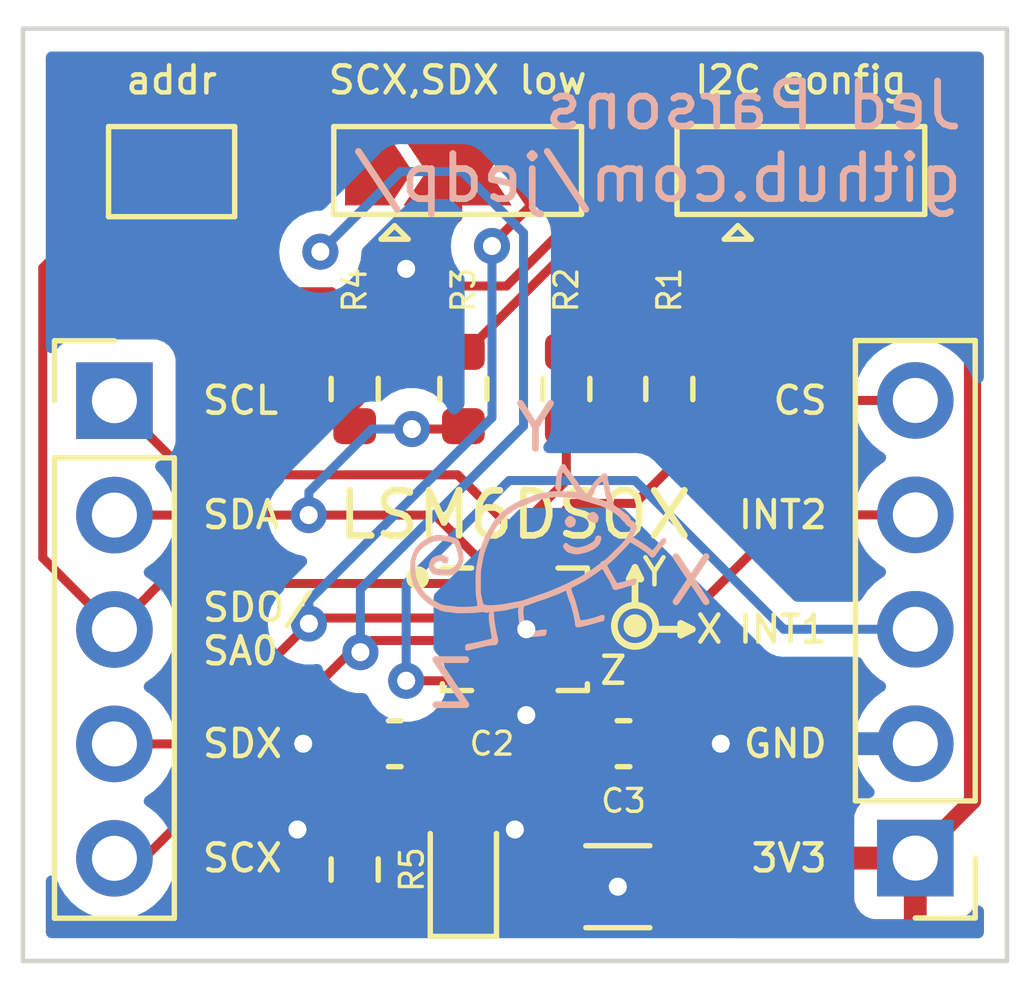
<source format=kicad_pcb>
(kicad_pcb (version 20211014) (generator pcbnew)
  (layers (0 "F.Cu" signal) (31 "B.Cu" signal) (34 "B.Paste" user) (35 "F.Paste" user) (36 "B.SilkS" user "B.Silkscreen") (37 "F.SilkS" user "F.Silkscreen") (38 "B.Mask" user) (39 "F.Mask" user) (44 "Edge.Cuts" user))
  (net 0 "")
  (net 1 "+3V3")
  (net 2 "GND")
  (net 3 "Net-(D1-Pad1)")
  (net 4 "SDA")
  (net 5 "SCX")
  (net 6 "SDX")
  (net 7 "SCL")
  (net 8 "SDO{slash}SA0")
  (net 9 "INT1")
  (net 10 "INT2")
  (net 11 "CS")
  (net 12 "Net-(JP1-Pad1)")
  (net 13 "Net-(JP1-Pad3)")
  (net 14 "Net-(JP2-Pad2)")
  (footprint "Connector_PinHeader_2.54mm:PinHeader_1x05_P2.54mm_Vertical" (layer "F.Cu") (at 144.78 101.6 180)
    (fp_text reference "J2" hide)
    (fp_text value "Conn_01x05_Female" hide)
    (pad "1" thru_hole rect (at 0 0 180) (size 1.7 1.7) (drill 1) (layers *.Cu *.Mask) (net 1 "+3V3"))
    (pad "2" thru_hole oval (at 0 2.54 180) (size 1.7 1.7) (drill 1) (layers *.Cu *.Mask) (net 2 "GND"))
    (pad "3" thru_hole oval (at 0 5.08 180) (size 1.7 1.7) (drill 1) (layers *.Cu *.Mask) (net 9 "INT1"))
    (pad "4" thru_hole oval (at 0 7.62 180) (size 1.7 1.7) (drill 1) (layers *.Cu *.Mask) (net 10 "INT2"))
    (pad "5" thru_hole oval (at 0 10.16 180) (size 1.7 1.7) (drill 1) (layers *.Cu *.Mask) (net 11 "CS"))
  )
  (footprint "Resistor_SMD:R_0603_1608Metric" (layer "F.Cu") (at 139.319 91.186 -90)
    (fp_text reference "R1" (at -1.651 0 90) (layer "F.SilkS") (effects (font (size 0.508 0.508) (thickness 0.0762)) (justify left)))
    (fp_text value "100k" hide)
    (pad "1" smd roundrect (at -0.825 0 270) (size 0.8 0.95) (layers "F.Cu" "F.Paste" "F.Mask") (net 1 "+3V3"))
    (pad "2" smd roundrect (at 0.825 0 270) (size 0.8 0.95) (layers "F.Cu" "F.Paste" "F.Mask") (net 11 "CS"))
  )
  (footprint "Jumper:SolderJumper-3_P2.0mm_Open_TrianglePad1.0x1.5mm" (layer "F.Cu") (at 142.24 86.36)
    (fp_text reference "I2C config" (at 0 -2.032) (layer "F.SilkS") (effects (font (size 0.6 0.6) (thickness 0.1))))
    (fp_text value "I2C EN" hide)
    (pad "1" smd custom (at -2 0) (size 0.3 0.3) (layers "F.Cu" "F.Mask") (net 12 "Net-(JP1-Pad1)") (options (clearance outline) (anchor rect)) (primitives (gr_poly (pts (xy 1 0) (xy 0.5 0.75) (xy -0.5 0.75) (xy -0.5 -0.75) (xy 0.5 -0.75)) (width 0) (fill yes))))
    (pad "2" smd custom (at 0 0) (size 0.3 0.3) (layers "F.Cu") (net 1 "+3V3") (options (clearance outline) (anchor rect)) (primitives (gr_poly (pts (xy 0.7 0) (xy 1.2 0.75) (xy -1.2 0.75) (xy -0.7 0) (xy -1.2 -0.75) (xy 1.2 -0.75)) (width 0) (fill yes))))
    (pad "3" smd custom (at 2 0 180) (size 0.3 0.3) (layers "F.Cu" "F.Mask") (net 13 "Net-(JP1-Pad3)") (options (clearance outline) (anchor rect)) (primitives (gr_poly (pts (xy 1 0) (xy 0.5 0.75) (xy -0.5 0.75) (xy -0.5 -0.75) (xy 0.5 -0.75)) (width 0) (fill yes))))
  )
  (footprint "Capacitor_SMD:C_1206_3216Metric" (layer "F.Cu") (at 138.176 102.235 180)
    (fp_text reference "C1" hide)
    (fp_text value "10µ" hide)
    (pad "1" smd roundrect (at -1.475 0 180) (size 1.15 1.8) (layers "F.Cu" "F.Paste" "F.Mask") (roundrect_rratio 0.217391) (net 1 "+3V3"))
    (pad "2" smd roundrect (at 1.475 0 180) (size 1.15 1.8) (layers "F.Cu" "F.Paste" "F.Mask") (roundrect_rratio 0.217391) (net 2 "GND"))
  )
  (footprint "Capacitor_SMD:C_0603_1608Metric" (layer "F.Cu") (at 133.223 99.06 180)
    (fp_text reference "C2" (at -2.159 0) (layer "F.SilkS") (effects (font (size 0.508 0.508) (thickness 0.0762))))
    (fp_text value "0.1µ" hide)
    (pad "1" smd roundrect (at -0.775 0 180) (size 0.9 0.95) (layers "F.Cu" "F.Paste" "F.Mask") (net 1 "+3V3"))
    (pad "2" smd roundrect (at 0.775 0 180) (size 0.9 0.95) (layers "F.Cu" "F.Paste" "F.Mask") (net 2 "GND"))
  )
  (footprint "Resistor_SMD:R_0603_1608Metric" (layer "F.Cu") (at 132.334 101.854 -90)
    (fp_text reference "R5" (at 0 -1.27 90) (layer "F.SilkS") (effects (font (size 0.508 0.508) (thickness 0.0762))))
    (fp_text value "1k" hide)
    (pad "1" smd roundrect (at -0.825 0 270) (size 0.8 0.95) (layers "F.Cu" "F.Paste" "F.Mask") (net 2 "GND"))
    (pad "2" smd roundrect (at 0.825 0 270) (size 0.8 0.95) (layers "F.Cu" "F.Paste" "F.Mask") (net 3 "Net-(D1-Pad1)"))
  )
  (footprint "Resistor_SMD:R_0603_1608Metric" (layer "F.Cu") (at 132.334 91.186 90)
    (fp_text reference "R4" (at 1.651 0 90) (layer "F.SilkS") (effects (font (size 0.508 0.508) (thickness 0.0762)) (justify left)))
    (fp_text value "100k" hide)
    (pad "1" smd roundrect (at -0.825 0 90) (size 0.8 0.95) (layers "F.Cu" "F.Paste" "F.Mask") (net 1 "+3V3"))
    (pad "2" smd roundrect (at 0.825 0 90) (size 0.8 0.95) (layers "F.Cu" "F.Paste" "F.Mask") (net 14 "Net-(JP2-Pad2)"))
  )
  (footprint "Connector_PinHeader_2.54mm:PinHeader_1x05_P2.54mm_Vertical" (layer "F.Cu") (at 127 91.445)
    (fp_text reference "J1" hide)
    (fp_text value "Conn_01x05_Female" hide)
    (pad "1" thru_hole rect (at 0 0) (size 1.7 1.7) (drill 1) (layers *.Cu *.Mask) (net 7 "SCL"))
    (pad "2" thru_hole oval (at 0 2.54) (size 1.7 1.7) (drill 1) (layers *.Cu *.Mask) (net 4 "SDA"))
    (pad "3" thru_hole oval (at 0 5.08) (size 1.7 1.7) (drill 1) (layers *.Cu *.Mask) (net 8 "SDO{slash}SA0"))
    (pad "4" thru_hole oval (at 0 7.62) (size 1.7 1.7) (drill 1) (layers *.Cu *.Mask) (net 6 "SDX"))
    (pad "5" thru_hole oval (at 0 10.16) (size 1.7 1.7) (drill 1) (layers *.Cu *.Mask) (net 5 "SCX"))
  )
  (footprint "LED_SMD:LED_0603_1608Metric" (layer "F.Cu") (at 134.747 101.854 90)
    (fp_text reference "D1" hide)
    (fp_text value "LED PWR" hide)
    (pad "1" smd roundrect (at -0.7875 0 90) (size 0.875 0.95) (layers "F.Cu" "F.Paste" "F.Mask") (net 3 "Net-(D1-Pad1)"))
    (pad "2" smd roundrect (at 0.7875 0 90) (size 0.875 0.95) (layers "F.Cu" "F.Paste" "F.Mask") (net 1 "+3V3"))
  )
  (footprint "Resistor_SMD:R_0603_1608Metric" (layer "F.Cu") (at 134.747 91.186 -90)
    (fp_text reference "R3" (at -1.651 0 90) (layer "F.SilkS") (effects (font (size 0.508 0.508) (thickness 0.0762)) (justify left)))
    (fp_text value "10k" hide)
    (pad "1" smd roundrect (at -0.825 0 270) (size 0.8 0.95) (layers "F.Cu" "F.Paste" "F.Mask") (net 12 "Net-(JP1-Pad1)"))
    (pad "2" smd roundrect (at 0.825 0 270) (size 0.8 0.95) (layers "F.Cu" "F.Paste" "F.Mask") (net 4 "SDA"))
  )
  (footprint "Capacitor_SMD:C_0603_1608Metric" (layer "F.Cu") (at 138.303 99.06)
    (fp_text reference "C3" (at 0 1.27) (layer "F.SilkS") (effects (font (size 0.508 0.508) (thickness 0.0762))))
    (fp_text value "0.1µ" hide)
    (pad "1" smd roundrect (at -0.775 0) (size 0.9 0.95) (layers "F.Cu" "F.Paste" "F.Mask") (net 1 "+3V3"))
    (pad "2" smd roundrect (at 0.775 0) (size 0.9 0.95) (layers "F.Cu" "F.Paste" "F.Mask") (net 2 "GND"))
  )
  (footprint "Package_LGA:LGA-14_3x2.5mm_P0.5mm_LayoutBorder3x4y" (layer "F.Cu") (at 135.89 96.52)
    (fp_text reference "U1" hide)
    (fp_text value "LSM6DS3" hide)
    (pad "1" smd custom (at -1.1625 -0.75) (size 0.223223 0.223223) (layers "F.Cu" "F.Paste" "F.Mask") (net 8 "SDO{slash}SA0") (options (clearance outline) (anchor circle)) (primitives (gr_poly (pts (xy 0.2375 0.081066) (xy 0.2375 0.125) (xy -0.2375 0.125) (xy -0.2375 -0.125) (xy 0.031434 -0.125)) (width 0.15) (fill yes))))
    (pad "2" smd roundrect (at -1.1625 -0.25) (size 0.625 0.4) (layers "F.Cu" "F.Paste" "F.Mask") (net 6 "SDX"))
    (pad "3" smd roundrect (at -1.1625 0.25) (size 0.625 0.4) (layers "F.Cu" "F.Paste" "F.Mask") (net 5 "SCX"))
    (pad "4" smd custom (at -1.1625 0.75) (size 0.223223 0.223223) (layers "F.Cu" "F.Paste" "F.Mask") (net 9 "INT1") (options (clearance outline) (anchor circle)) (primitives (gr_poly (pts (xy 0.2375 -0.081066) (xy 0.031434 0.125) (xy -0.2375 0.125) (xy -0.2375 -0.125) (xy 0.2375 -0.125)) (width 0.15) (fill yes))))
    (pad "5" smd custom (at -0.5 0.9125) (size 0.223223 0.223223) (layers "F.Cu" "F.Paste" "F.Mask") (net 1 "+3V3") (options (clearance outline) (anchor circle)) (primitives (gr_poly (pts (xy 0.125 0.2375) (xy -0.125 0.2375) (xy -0.125 -0.031434) (xy 0.081066 -0.2375) (xy 0.125 -0.2375)) (width 0.15) (fill yes))))
    (pad "6" smd roundrect (at 0 0.9125) (size 0.4 0.625) (layers "F.Cu" "F.Paste" "F.Mask") (net 2 "GND"))
    (pad "7" smd custom (at 0.5 0.9125) (size 0.223223 0.223223) (layers "F.Cu" "F.Paste" "F.Mask") (net 2 "GND") (options (clearance outline) (anchor circle)) (primitives (gr_poly (pts (xy 0.125 -0.031434) (xy 0.125 0.2375) (xy -0.125 0.2375) (xy -0.125 -0.2375) (xy -0.081066 -0.2375)) (width 0.15) (fill yes))))
    (pad "8" smd custom (at 1.1625 0.75) (size 0.223223 0.223223) (layers "F.Cu" "F.Paste" "F.Mask") (net 1 "+3V3") (options (clearance outline) (anchor circle)) (primitives (gr_poly (pts (xy 0.2375 0.125) (xy -0.031434 0.125) (xy -0.2375 -0.081066) (xy -0.2375 -0.125) (xy 0.2375 -0.125)) (width 0.15) (fill yes))))
    (pad "9" smd roundrect (at 1.1625 0.25) (size 0.625 0.4) (layers "F.Cu" "F.Paste" "F.Mask") (net 10 "INT2"))
    (pad "10" smd roundrect (at 1.1625 -0.25) (size 0.625 0.4) (layers "F.Cu" "F.Paste" "F.Mask"))
    (pad "11" smd custom (at 1.1625 -0.75) (size 0.223223 0.223223) (layers "F.Cu" "F.Paste" "F.Mask") (options (clearance outline) (anchor circle)) (primitives (gr_poly (pts (xy 0.2375 0.125) (xy -0.2375 0.125) (xy -0.2375 0.081066) (xy -0.031434 -0.125) (xy 0.2375 -0.125)) (width 0.15) (fill yes))))
    (pad "12" smd custom (at 0.5 -0.9125) (size 0.223223 0.223223) (layers "F.Cu" "F.Paste" "F.Mask") (net 11 "CS") (options (clearance outline) (anchor circle)) (primitives (gr_poly (pts (xy 0.125 0.031434) (xy -0.081066 0.2375) (xy -0.125 0.2375) (xy -0.125 -0.2375) (xy 0.125 -0.2375)) (width 0.15) (fill yes))))
    (pad "13" smd roundrect (at 0 -0.9125) (size 0.4 0.625) (layers "F.Cu" "F.Paste" "F.Mask") (net 7 "SCL"))
    (pad "14" smd custom (at -0.5 -0.9125) (size 0.223223 0.223223) (layers "F.Cu" "F.Paste" "F.Mask") (net 4 "SDA") (options (clearance outline) (anchor circle)) (primitives (gr_poly (pts (xy 0.125 0.2375) (xy 0.081066 0.2375) (xy -0.125 0.031434) (xy -0.125 -0.2375) (xy 0.125 -0.2375)) (width 0.15) (fill yes))))
  )
  (footprint "Resistor_SMD:R_0603_1608Metric" (layer "F.Cu") (at 137.033 91.186 -90)
    (fp_text reference "R2" (at -1.651 0 90) (layer "F.SilkS") (effects (font (size 0.508 0.508) (thickness 0.0762)) (justify left)))
    (fp_text value "10k" hide)
    (pad "1" smd roundrect (at -0.825 0 270) (size 0.8 0.95) (layers "F.Cu" "F.Paste" "F.Mask") (net 13 "Net-(JP1-Pad3)"))
    (pad "2" smd roundrect (at 0.825 0 270) (size 0.8 0.95) (layers "F.Cu" "F.Paste" "F.Mask") (net 7 "SCL"))
  )
  (footprint "Jumper:SolderJumper-2_P1.3mm_Open_TrianglePad1.0x1.5mm" (layer "F.Cu") (at 128.27 86.36)
    (fp_text reference "addr" (at 0 -2.032) (layer "F.SilkS") (effects (font (size 0.6 0.6) (thickness 0.1))))
    (fp_text value "I2C ADDR" hide)
    (pad "1" smd custom (at -0.725 0) (size 0.3 0.3) (layers "F.Cu" "F.Mask") (net 8 "SDO{slash}SA0") (options (clearance outline) (anchor rect)) (primitives (gr_poly (pts (xy 1 0) (xy 0.5 0.75) (xy -0.5 0.75) (xy -0.5 -0.75) (xy 0.5 -0.75)) (width 0) (fill yes))))
    (pad "2" smd custom (at 0.725 0) (size 0.3 0.3) (layers "F.Cu" "F.Mask") (net 14 "Net-(JP2-Pad2)") (options (clearance outline) (anchor rect)) (primitives (gr_poly (pts (xy 0.5 0.75) (xy -0.65 0.75) (xy -0.15 0) (xy -0.65 -0.75) (xy 0.5 -0.75)) (width 0) (fill yes))))
  )
  (footprint "Jumper:SolderJumper-3_P2.0mm_Open_TrianglePad1.0x1.5mm" (layer "F.Cu") (at 134.62 86.36)
    (fp_text reference "SCX,SDX low" (at 0 -2.032) (layer "F.SilkS") (effects (font (size 0.6 0.6) (thickness 0.1))))
    (fp_text value "I2C EN" hide)
    (pad "1" smd custom (at -2 0) (size 0.3 0.3) (layers "F.Cu" "F.Mask") (net 5 "SCX") (options (clearance outline) (anchor rect)) (primitives (gr_poly (pts (xy 1 0) (xy 0.5 0.75) (xy -0.5 0.75) (xy -0.5 -0.75) (xy 0.5 -0.75)) (width 0) (fill yes))))
    (pad "2" smd custom (at 0 0) (size 0.3 0.3) (layers "F.Cu") (net 2 "GND") (options (clearance outline) (anchor rect)) (primitives (gr_poly (pts (xy 0.7 0) (xy 1.2 0.75) (xy -1.2 0.75) (xy -0.7 0) (xy -1.2 -0.75) (xy 1.2 -0.75)) (width 0) (fill yes))))
    (pad "3" smd custom (at 2 0 180) (size 0.3 0.3) (layers "F.Cu" "F.Mask") (net 6 "SDX") (options (clearance outline) (anchor rect)) (primitives (gr_poly (pts (xy 1 0) (xy 0.5 0.75) (xy -0.5 0.75) (xy -0.5 -0.75) (xy 0.5 -0.75)) (width 0) (fill yes))))
  )
  (footprint "LOGO" (layer "B.Cu") (at 136.3472 94.996 180)
    (fp_text reference "G***" hide)
    (fp_text value "LOGO" hide)
  )
  (gr_circle (center 133.731 95.377) (end 133.910605 95.377) (layer "F.SilkS") (width 0.15) (fill solid))
  (gr_line (start 138.557 95.1484) (end 138.684 95.4024) (layer "F.SilkS") (width 0.15))
  (gr_circle (center 138.557 96.443095) (end 138.736605 96.443095) (layer "F.SilkS") (width 0.15) (fill solid))
  (gr_circle (center 138.557 96.443095) (end 138.811 96.824095) (layer "F.SilkS") (width 0.15) (fill none))
  (gr_line (start 138.684 95.4024) (end 138.43 95.4024) (layer "F.SilkS") (width 0.15))
  (gr_line (start 139.827 96.52) (end 139.573 96.647) (layer "F.SilkS") (width 0.15))
  (gr_line (start 138.43 95.4024) (end 138.557 95.1484) (layer "F.SilkS") (width 0.15))
  (gr_line (start 139.827 96.52) (end 139.065 96.52) (layer "F.SilkS") (width 0.15))
  (gr_line (start 138.557 95.1484) (end 138.557 95.9104) (layer "F.SilkS") (width 0.15))
  (gr_line (start 139.573 96.647) (end 139.573 96.393) (layer "F.SilkS") (width 0.15))
  (gr_line (start 139.065 96.52) (end 139.827 96.52) (layer "F.SilkS") (width 0.15))
  (gr_line (start 139.573 96.393) (end 139.827 96.52) (layer "F.SilkS") (width 0.15))
  (gr_line (start 146.812 83.185) (end 146.812 103.886) (layer "Edge.Cuts") (width 0.1))
  (gr_line (start 124.968 83.185) (end 146.812 83.185) (layer "Edge.Cuts") (width 0.1))
  (gr_line (start 124.968 103.886) (end 146.812 103.886) (layer "Edge.Cuts") (width 0.1))
  (gr_line (start 124.968 83.185) (end 124.968 103.886) (layer "Edge.Cuts") (width 0.1))
  (gr_text "Y" (at 136.3472 92.0496) (layer "B.SilkS") (effects (font (size 1 1)) (justify mirror)))
  (gr_text "Z" (at 134.4676 97.7392) (layer "B.SilkS") (effects (font (size 1 1)) (justify mirror)))
  (gr_text "X" (at 139.8016 95.4532) (layer "B.SilkS") (effects (font (size 1 1)) (justify mirror)))
  (gr_text "Jed Parsons\ngithub.com/jedp/" (at 145.8976 85.6996) (layer "B.SilkS") (effects (font (size 1 1)) (justify left mirror)))
  (gr_text "SDO/\nSA0" (at 128.905 96.52) (layer "F.SilkS") (effects (font (size 0.6 0.6) (thickness 0.1)) (justify left)))
  (gr_text "Y" (at 138.9888 95.25) (layer "F.SilkS") (effects (font (size 0.6 0.6) (thickness 0.1))))
  (gr_text "Z" (at 138.0744 97.4344) (layer "F.SilkS") (effects (font (size 0.6 0.6) (thickness 0.1))))
  (gr_text "CS" (at 142.875 91.44) (layer "F.SilkS") (effects (font (size 0.6 0.6) (thickness 0.1)) (justify right)))
  (gr_text "INT1\n" (at 142.875 96.52) (layer "F.SilkS") (effects (font (size 0.6 0.6) (thickness 0.1)) (justify right)))
  (gr_text "SDX" (at 128.905 99.06) (layer "F.SilkS") (effects (font (size 0.6 0.6) (thickness 0.1)) (justify left)))
  (gr_text "SDA" (at 128.905 93.98) (layer "F.SilkS") (effects (font (size 0.6 0.6) (thickness 0.1)) (justify left)))
  (gr_text "3V3" (at 142.875 101.6) (layer "F.SilkS") (effects (font (size 0.6 0.6) (thickness 0.1)) (justify right)))
  (gr_text "LSM6DSOX" (at 135.89 93.98) (layer "F.SilkS") (effects (font (size 1 1))))
  (gr_text "SCL" (at 128.905 91.44) (layer "F.SilkS") (effects (font (size 0.6 0.6) (thickness 0.1)) (justify left)))
  (gr_text "SCX" (at 128.905 101.6) (layer "F.SilkS") (effects (font (size 0.6 0.6) (thickness 0.1)) (justify left)))
  (gr_text "INT2\n" (at 142.875 93.98) (layer "F.SilkS") (effects (font (size 0.6 0.6) (thickness 0.1)) (justify right)))
  (gr_text "GND\n" (at 142.875 99.06) (layer "F.SilkS") (effects (font (size 0.6 0.6) (thickness 0.1)) (justify right)))
  (gr_text "X" (at 140.208 96.52) (layer "F.SilkS") (effects (font (size 0.6 0.6) (thickness 0.1))))
  (segment (start 139.319 86.487) (end 139.319 85.217) (width 0.2) (layer "F.Cu") (net 1))
  (segment (start 145.288 84.582) (end 143.51 84.582) (width 0.381) (layer "F.Cu") (net 1))
  (segment (start 146.05 100.33) (end 146.05 89.535) (width 0.381) (layer "F.Cu") (net 1))
  (segment (start 134.366 88.9) (end 135.705314 88.9) (width 0.2) (layer "F.Cu") (net 1))
  (segment (start 139.954 84.582) (end 143.51 84.582) (width 0.2) (layer "F.Cu") (net 1))
  (segment (start 140.286 101.6) (end 144.78 101.6) (width 0.381) (layer "F.Cu") (net 1))
  (segment (start 142.24 85.852) (end 142.24 86.36) (width 0.381) (layer "F.Cu") (net 1))
  (segment (start 139.651 102.235) (end 140.286 101.6) (width 0.381) (layer "F.Cu") (net 1))
  (segment (start 133.998 98.8245) (end 135.39 97.4325) (width 0.2) (layer "F.Cu") (net 1))
  (segment (start 133.731 90.17) (end 133.731 89.535) (width 0.2) (layer "F.Cu") (net 1))
  (segment (start 137.941 87.865) (end 139.319 86.487) (width 0.2) (layer "F.Cu") (net 1))
  (segment (start 139.319 90.361) (end 142.557 90.361) (width 0.2) (layer "F.Cu") (net 1))
  (segment (start 133.998 99.06) (end 133.998 98.8245) (width 0.2) (layer "F.Cu") (net 1))
  (segment (start 139.573 102.157) (end 139.651 102.235) (width 0.2) (layer "F.Cu") (net 1))
  (segment (start 136.740314 87.865) (end 137.941 87.865) (width 0.2) (layer "F.Cu") (net 1))
  (segment (start 139.319 85.217) (end 139.954 84.582) (width 0.2) (layer "F.Cu") (net 1))
  (segment (start 144.145 88.773) (end 145.288 88.773) (width 0.2) (layer "F.Cu") (net 1))
  (segment (start 132.334 92.011) (end 132.334 91.567) (width 0.2) (layer "F.Cu") (net 1))
  (segment (start 137.0525 98.5845) (end 137.528 99.06) (width 0.25) (layer "F.Cu") (net 1))
  (segment (start 143.51 84.582) (end 142.24 85.852) (width 0.381) (layer "F.Cu") (net 1))
  (segment (start 146.05 85.344) (end 145.288 84.582) (width 0.381) (layer "F.Cu") (net 1))
  (segment (start 139.651 102.235) (end 139.651 100.916) (width 0.2) (layer "F.Cu") (net 1))
  (segment (start 132.334 91.567) (end 133.731 90.17) (width 0.2) (layer "F.Cu") (net 1))
  (segment (start 146.05 89.535) (end 146.05 85.344) (width 0.381) (layer "F.Cu") (net 1))
  (segment (start 144.78 101.6) (end 146.05 100.33) (width 0.381) (layer "F.Cu") (net 1))
  (segment (start 133.731 89.535) (end 134.366 88.9) (width 0.2) (layer "F.Cu") (net 1))
  (segment (start 135.705314 88.9) (end 136.740314 87.865) (width 0.2) (layer "F.Cu") (net 1))
  (segment (start 145.288 88.773) (end 146.05 89.535) (width 0.2) (layer "F.Cu") (net 1))
  (segment (start 142.557 90.361) (end 144.145 88.773) (width 0.2) (layer "F.Cu") (net 1))
  (segment (start 137.0525 97.27) (end 137.0525 98.5845) (width 0.25) (layer "F.Cu") (net 1))
  (segment (start 135.89 100.965) (end 135.89 101.424) (width 0.25) (layer "F.Cu") (net 2))
  (segment (start 133.477 88.519) (end 134.62 87.376) (width 0.2) (layer "F.Cu") (net 2))
  (segment (start 135.89 98.298) (end 136.144 98.552) (width 0.2) (layer "F.Cu") (net 2))
  (segment (start 135.89 97.4325) (end 135.89 98.298) (width 0.2) (layer "F.Cu") (net 2))
  (segment (start 134.62 87.376) (end 134.62 86.36) (width 0.2) (layer "F.Cu") (net 2))
  (segment (start 131.064 100.965) (end 132.27 100.965) (width 0.25) (layer "F.Cu") (net 2))
  (segment (start 139.1985 99.06) (end 140.4555 99.06) (width 0.2) (layer "F.Cu") (net 2))
  (segment (start 136.39 97.4325) (end 136.39 96.766) (width 0.2) (layer "F.Cu") (net 2))
  (segment (start 136.39 96.766) (end 136.144 96.52) (width 0.2) (layer "F.Cu") (net 2))
  (segment (start 136.701 102.235) (end 138.176 102.235) (width 0.25) (layer "F.Cu") (net 2))
  (segment (start 135.89 101.424) (end 136.701 102.235) (width 0.25) (layer "F.Cu") (net 2))
  (segment (start 131.191 99.06) (end 132.448 99.06) (width 0.25) (layer "F.Cu") (net 2))
  (segment (start 132.27 100.965) (end 132.334 101.029) (width 0.25) (layer "F.Cu") (net 2))
  (via (at 133.477 88.519) (size 0.8) (drill 0.4) (layers "F.Cu" "B.Cu") (net 2))
  (via (at 135.89 100.965) (size 0.8) (drill 0.4) (layers "F.Cu" "B.Cu") (net 2))
  (via (at 136.144 98.425) (size 0.8) (drill 0.4) (layers "F.Cu" "B.Cu") (net 2))
  (via (at 140.462 99.06) (size 0.8) (drill 0.4) (layers "F.Cu" "B.Cu") (net 2))
  (via (at 136.144 96.52) (size 0.8) (drill 0.4) (layers "F.Cu" "B.Cu") (net 2))
  (via (at 131.064 100.965) (size 0.8) (drill 0.4) (layers "F.Cu" "B.Cu") (net 2))
  (via (at 131.191 99.06) (size 0.8) (drill 0.4) (layers "F.Cu" "B.Cu") (net 2))
  (via (at 138.176 102.235) (size 0.8) (drill 0.4) (layers "F.Cu" "B.Cu") (net 2))
  (segment (start 134.7095 102.679) (end 134.747 102.6415) (width 0.2) (layer "F.Cu") (net 3))
  (segment (start 132.334 102.679) (end 134.7095 102.679) (width 0.2) (layer "F.Cu") (net 3))
  (segment (start 134.117 93.985) (end 131.313 93.985) (width 0.2) (layer "F.Cu") (net 4))
  (segment (start 133.604 92.075) (end 134.683 92.075) (width 0.2) (layer "F.Cu") (net 4))
  (segment (start 135.39 95.258) (end 134.117 93.985) (width 0.2) (layer "F.Cu") (net 4))
  (segment (start 134.683 92.075) (end 134.747 92.011) (width 0.2) (layer "F.Cu") (net 4))
  (segment (start 135.39 95.6075) (end 135.39 95.258) (width 0.2) (layer "F.Cu") (net 4))
  (segment (start 131.313 93.985) (end 127 93.985) (width 0.2) (layer "F.Cu") (net 4))
  (via (at 133.604 92.075) (size 0.8) (drill 0.4) (layers "F.Cu" "B.Cu") (net 4))
  (via (at 131.313 93.985) (size 0.8) (drill 0.4) (layers "F.Cu" "B.Cu") (net 4))
  (segment (start 132.715 92.075) (end 131.318 93.472) (width 0.2) (layer "B.Cu") (net 4))
  (segment (start 131.318 93.472) (end 131.318 93.853) (width 0.2) (layer "B.Cu") (net 4))
  (segment (start 133.604 92.075) (end 132.715 92.075) (width 0.2) (layer "B.Cu") (net 4))
  (segment (start 127.65605 101.605) (end 127 101.605) (width 0.2) (layer "F.Cu") (net 5))
  (segment (start 132.62 87.09) (end 132.62 86.36) (width 0.2) (layer "F.Cu") (net 5))
  (segment (start 131.572 88.138) (end 132.62 87.09) (width 0.2) (layer "F.Cu") (net 5))
  (segment (start 132.719 96.77) (end 132.461 97.028) (width 0.2) (layer "F.Cu") (net 5))
  (segment (start 132.461 97.028) (end 132.23305 97.028) (width 0.2) (layer "F.Cu") (net 5))
  (segment (start 134.7275 96.77) (end 132.719 96.77) (width 0.2) (layer "F.Cu") (net 5))
  (segment (start 132.23305 97.028) (end 127.65605 101.605) (width 0.2) (layer "F.Cu") (net 5))
  (via (at 131.572 88.138) (size 0.8) (drill 0.4) (layers "F.Cu" "B.Cu") (net 5))
  (via (at 132.461 97.028) (size 0.8) (drill 0.4) (layers "F.Cu" "B.Cu") (net 5))
  (segment (start 134.72095 86.36) (end 136.082 87.72105) (width 0.2) (layer "B.Cu") (net 5))
  (segment (start 133.35 86.36) (end 134.72095 86.36) (width 0.2) (layer "B.Cu") (net 5))
  (segment (start 132.461 95.631) (end 132.461 97.028) (width 0.2) (layer "B.Cu") (net 5))
  (segment (start 136.082 87.72105) (end 136.082 92.01) (width 0.2) (layer "B.Cu") (net 5))
  (segment (start 131.572 88.138) (end 133.35 86.36) (width 0.2) (layer "B.Cu") (net 5))
  (segment (start 136.082 92.01) (end 132.461 95.631) (width 0.2) (layer "B.Cu") (net 5))
  (segment (start 136.62 86.36) (end 136.62 86.734264) (width 0.2) (layer "F.Cu") (net 6))
  (segment (start 135.382 87.972264) (end 135.382 88.011) (width 0.2) (layer "F.Cu") (net 6))
  (segment (start 134.7275 96.27) (end 131.441 96.27) (width 0.2) (layer "F.Cu") (net 6))
  (segment (start 136.62 86.734264) (end 135.382 87.972264) (width 0.2) (layer "F.Cu") (net 6))
  (segment (start 131.441 96.27) (end 131.318 96.393) (width 0.2) (layer "F.Cu") (net 6))
  (segment (start 131.318 96.393) (end 128.646 99.065) (width 0.2) (layer "F.Cu") (net 6))
  (segment (start 128.646 99.065) (end 127 99.065) (width 0.2) (layer "F.Cu") (net 6))
  (via (at 135.382 88.011) (size 0.8) (drill 0.4) (layers "F.Cu" "B.Cu") (net 6))
  (via (at 131.318 96.393) (size 0.8) (drill 0.4) (layers "F.Cu" "B.Cu") (net 6))
  (segment (start 135.382 91.821) (end 135.382 88.011) (width 0.2) (layer "B.Cu") (net 6))
  (segment (start 131.318 95.885) (end 135.382 91.821) (width 0.2) (layer "B.Cu") (net 6))
  (segment (start 131.318 96.393) (end 131.318 95.885) (width 0.2) (layer "B.Cu") (net 6))
  (segment (start 135.89 94.361) (end 137.033 93.218) (width 0.2) (layer "F.Cu") (net 7))
  (segment (start 135.89 95.6075) (end 135.89 94.361) (width 0.2) (layer "F.Cu") (net 7))
  (segment (start 128.646 93.091) (end 127 91.445) (width 0.2) (layer "F.Cu") (net 7))
  (segment (start 135.89 94.361) (end 134.62 93.091) (width 0.2) (layer "F.Cu") (net 7))
  (segment (start 134.62 93.091) (end 128.646 93.091) (width 0.2) (layer "F.Cu") (net 7))
  (segment (start 137.033 93.218) (end 137.033 92.011) (width 0.2) (layer "F.Cu") (net 7))
  (segment (start 127 96.525) (end 125.409267 94.934267) (width 0.2) (layer "F.Cu") (net 8))
  (segment (start 127.755 95.77) (end 127.755 95.765) (width 0.2) (layer "F.Cu") (net 8))
  (segment (start 127.755 95.765) (end 128.016 95.504) (width 0.2) (layer "F.Cu") (net 8))
  (segment (start 134.4615 95.504) (end 134.7275 95.77) (width 0.2) (layer "F.Cu") (net 8))
  (segment (start 127.755 95.77) (end 127 96.525) (width 0.2) (layer "F.Cu") (net 8))
  (segment (start 128.016 95.504) (end 134.4615 95.504) (width 0.2) (layer "F.Cu") (net 8))
  (segment (start 125.409267 94.934267) (end 125.409267 88.495733) (width 0.2) (layer "F.Cu") (net 8))
  (segment (start 125.409267 88.495733) (end 127.545 86.36) (width 0.2) (layer "F.Cu") (net 8))
  (segment (start 134.3345 97.663) (end 134.7275 97.27) (width 0.2) (layer "F.Cu") (net 9))
  (segment (start 133.477 97.663) (end 134.3345 97.663) (width 0.2) (layer "F.Cu") (net 9))
  (via (at 133.477 97.663) (size 0.8) (drill 0.4) (layers "F.Cu" "B.Cu") (net 9))
  (segment (start 141.859 96.52) (end 144.78 96.52) (width 0.2) (layer "B.Cu") (net 9))
  (segment (start 133.477 95.504) (end 135.763 93.218) (width 0.2) (layer "B.Cu") (net 9))
  (segment (start 135.763 93.218) (end 138.557 93.218) (width 0.2) (layer "B.Cu") (net 9))
  (segment (start 133.477 97.663) (end 133.477 95.504) (width 0.2) (layer "B.Cu") (net 9))
  (segment (start 138.557 93.218) (end 141.859 96.52) (width 0.2) (layer "B.Cu") (net 9))
  (segment (start 137.0525 96.77) (end 139.196 96.77) (width 0.2) (layer "F.Cu") (net 10))
  (segment (start 141.986 93.98) (end 144.78 93.98) (width 0.2) (layer "F.Cu") (net 10))
  (segment (start 139.196 96.77) (end 141.986 93.98) (width 0.2) (layer "F.Cu") (net 10))
  (segment (start 139.89 91.44) (end 144.78 91.44) (width 0.2) (layer "F.Cu") (net 11))
  (segment (start 136.39 94.496) (end 137.16 93.726) (width 0.2) (layer "F.Cu") (net 11))
  (segment (start 136.39 95.6075) (end 136.39 94.496) (width 0.2) (layer "F.Cu") (net 11))
  (segment (start 138.557 93.726) (end 139.319 92.964) (width 0.2) (layer "F.Cu") (net 11))
  (segment (start 137.16 93.726) (end 138.557 93.726) (width 0.2) (layer "F.Cu") (net 11))
  (segment (start 139.319 92.011) (end 139.89 91.44) (width 0.2) (layer "F.Cu") (net 11))
  (segment (start 139.319 92.964) (end 139.319 92.011) (width 0.2) (layer "F.Cu") (net 11))
  (segment (start 134.747 90.361) (end 134.81 90.361) (width 0.2) (layer "F.Cu") (net 12))
  (segment (start 134.81 90.361) (end 136.906 88.265) (width 0.2) (layer "F.Cu") (net 12))
  (segment (start 138.938 88.265) (end 140.24 86.963) (width 0.2) (layer "F.Cu") (net 12))
  (segment (start 140.24 86.963) (end 140.24 86.36) (width 0.2) (layer "F.Cu") (net 12))
  (segment (start 136.906 88.265) (end 138.938 88.265) (width 0.2) (layer "F.Cu") (net 12))
  (segment (start 142.748 88.9) (end 144.24 87.408) (width 0.2) (layer "F.Cu") (net 13))
  (segment (start 138.494 88.9) (end 142.748 88.9) (width 0.2) (layer "F.Cu") (net 13))
  (segment (start 137.033 90.361) (end 138.494 88.9) (width 0.2) (layer "F.Cu") (net 13))
  (segment (start 144.24 87.408) (end 144.24 86.36) (width 0.2) (layer "F.Cu") (net 13))
  (segment (start 129.667 89.027) (end 128.995 88.355) (width 0.2) (layer "F.Cu") (net 14))
  (segment (start 131.826 89.027) (end 129.667 89.027) (width 0.2) (layer "F.Cu") (net 14))
  (segment (start 132.334 90.361) (end 132.334 89.535) (width 0.2) (layer "F.Cu") (net 14))
  (segment (start 132.334 89.535) (end 131.826 89.027) (width 0.2) (layer "F.Cu") (net 14))
  (segment (start 128.995 88.355) (end 128.995 86.36) (width 0.2) (layer "F.Cu") (net 14))
  (zone (net 1) (net_name "+3V3") (layer "F.Cu") (connect_pads (clearance 0.508)) (min_thickness 0.254) (fill yes (thermal_gap 0.508) (thermal_bridge_width 0.508))
    (polygon (pts (xy 142.875 100.203) (xy 146.431 100.203) (xy 146.685 104.775) (xy 133.223 104.775) (xy 132.715 101.092) (xy 132.588 98.044) (xy 140.843 98.044)))
  )
  (zone (net 2) (net_name "GND") (layer "B.Cu") (connect_pads (clearance 0.508)) (min_thickness 0.254) (fill yes (thermal_gap 0.508) (thermal_bridge_width 0.508))
    (polygon (pts (xy 124.587 82.677) (xy 147.193 82.677) (xy 147.193 104.648) (xy 124.46 104.521) (xy 124.587 82.55)))
  )
)
</source>
